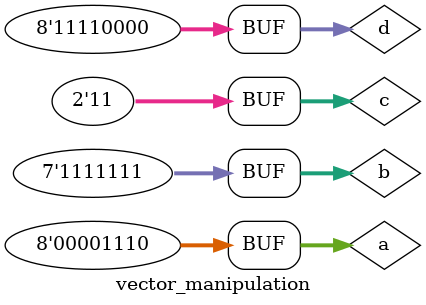
<source format=v>

module vector_manipulation();

// registradores
    reg [7:0] a = 0; // registrador/vetor de 8bits (MSB = 7, LSB = 0) 
    reg [6:0] b = 0; // registrador/vetor de 7bits 
    reg [7:0] d = 0; // registrador/vetor de 8bits 
// fios
    wire [1:0] c;    // net de 2bits

// procedimentos
// procedimento 1 - atibuicao continua entre o registrador e fio
// c[1] = a[3]
// c[0] = a[2]
    assign c[1:0] = a[3:2]; // 'bit slicing'

// procedimento 2 - verifica continuamente os valores de a, b, c e d
    initial begin
        $monitor("\n\t PROC 2 - a = %b, b = %b, c = %b, d = %b", a, b, c, d);
    end

// procedimento 3 - mudanca de valores
    initial begin
        #1 a = 1;
        #1 a = 8'b1111_0101;
        #1 a = 8'b1111_1000;
        #1 a = 8'b0000_1000;
        #1 a = 8'b0;

        #1 b = 7'b111_1111;
        #1 d[3:0] = a[3:0];
        #1 d[7:4] = b[6:3];

        #1 a = 8'b0000_1110;
        #1 d = {a[3:0], b[3:0]};
        #1 d = {b[3:0], a[7:4]};
    end

endmodule
// end of file
</source>
